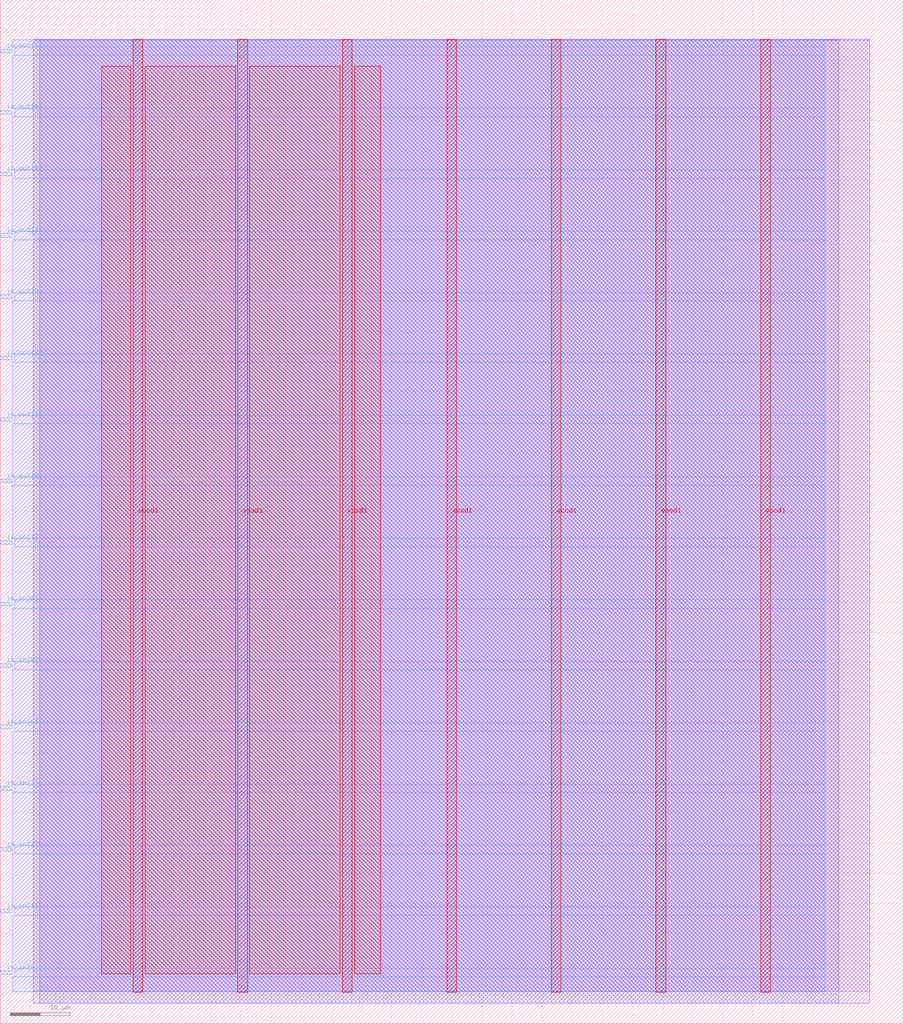
<source format=lef>
VERSION 5.7 ;
  NOWIREEXTENSIONATPIN ON ;
  DIVIDERCHAR "/" ;
  BUSBITCHARS "[]" ;
MACRO davidsiaw_stackcalc
  CLASS BLOCK ;
  FOREIGN davidsiaw_stackcalc ;
  ORIGIN 0.000 0.000 ;
  SIZE 150.000 BY 170.000 ;
  PIN io_in[0]
    DIRECTION INPUT ;
    USE SIGNAL ;
    PORT
      LAYER met3 ;
        RECT 0.000 8.200 2.000 8.800 ;
    END
  END io_in[0]
  PIN io_in[1]
    DIRECTION INPUT ;
    USE SIGNAL ;
    PORT
      LAYER met3 ;
        RECT 0.000 18.400 2.000 19.000 ;
    END
  END io_in[1]
  PIN io_in[2]
    DIRECTION INPUT ;
    USE SIGNAL ;
    PORT
      LAYER met3 ;
        RECT 0.000 28.600 2.000 29.200 ;
    END
  END io_in[2]
  PIN io_in[3]
    DIRECTION INPUT ;
    USE SIGNAL ;
    PORT
      LAYER met3 ;
        RECT 0.000 38.800 2.000 39.400 ;
    END
  END io_in[3]
  PIN io_in[4]
    DIRECTION INPUT ;
    USE SIGNAL ;
    PORT
      LAYER met3 ;
        RECT 0.000 49.000 2.000 49.600 ;
    END
  END io_in[4]
  PIN io_in[5]
    DIRECTION INPUT ;
    USE SIGNAL ;
    PORT
      LAYER met3 ;
        RECT 0.000 59.200 2.000 59.800 ;
    END
  END io_in[5]
  PIN io_in[6]
    DIRECTION INPUT ;
    USE SIGNAL ;
    PORT
      LAYER met3 ;
        RECT 0.000 69.400 2.000 70.000 ;
    END
  END io_in[6]
  PIN io_in[7]
    DIRECTION INPUT ;
    USE SIGNAL ;
    PORT
      LAYER met3 ;
        RECT 0.000 79.600 2.000 80.200 ;
    END
  END io_in[7]
  PIN io_out[0]
    DIRECTION OUTPUT TRISTATE ;
    USE SIGNAL ;
    PORT
      LAYER met3 ;
        RECT 0.000 89.800 2.000 90.400 ;
    END
  END io_out[0]
  PIN io_out[1]
    DIRECTION OUTPUT TRISTATE ;
    USE SIGNAL ;
    PORT
      LAYER met3 ;
        RECT 0.000 100.000 2.000 100.600 ;
    END
  END io_out[1]
  PIN io_out[2]
    DIRECTION OUTPUT TRISTATE ;
    USE SIGNAL ;
    PORT
      LAYER met3 ;
        RECT 0.000 110.200 2.000 110.800 ;
    END
  END io_out[2]
  PIN io_out[3]
    DIRECTION OUTPUT TRISTATE ;
    USE SIGNAL ;
    PORT
      LAYER met3 ;
        RECT 0.000 120.400 2.000 121.000 ;
    END
  END io_out[3]
  PIN io_out[4]
    DIRECTION OUTPUT TRISTATE ;
    USE SIGNAL ;
    PORT
      LAYER met3 ;
        RECT 0.000 130.600 2.000 131.200 ;
    END
  END io_out[4]
  PIN io_out[5]
    DIRECTION OUTPUT TRISTATE ;
    USE SIGNAL ;
    PORT
      LAYER met3 ;
        RECT 0.000 140.800 2.000 141.400 ;
    END
  END io_out[5]
  PIN io_out[6]
    DIRECTION OUTPUT TRISTATE ;
    USE SIGNAL ;
    PORT
      LAYER met3 ;
        RECT 0.000 151.000 2.000 151.600 ;
    END
  END io_out[6]
  PIN io_out[7]
    DIRECTION OUTPUT TRISTATE ;
    USE SIGNAL ;
    PORT
      LAYER met3 ;
        RECT 0.000 161.200 2.000 161.800 ;
    END
  END io_out[7]
  PIN vccd1
    DIRECTION INOUT ;
    USE POWER ;
    PORT
      LAYER met4 ;
        RECT 22.090 5.200 23.690 163.440 ;
    END
    PORT
      LAYER met4 ;
        RECT 56.830 5.200 58.430 163.440 ;
    END
    PORT
      LAYER met4 ;
        RECT 91.570 5.200 93.170 163.440 ;
    END
    PORT
      LAYER met4 ;
        RECT 126.310 5.200 127.910 163.440 ;
    END
  END vccd1
  PIN vssd1
    DIRECTION INOUT ;
    USE GROUND ;
    PORT
      LAYER met4 ;
        RECT 39.460 5.200 41.060 163.440 ;
    END
    PORT
      LAYER met4 ;
        RECT 74.200 5.200 75.800 163.440 ;
    END
    PORT
      LAYER met4 ;
        RECT 108.940 5.200 110.540 163.440 ;
    END
  END vssd1
  OBS
      LAYER li1 ;
        RECT 5.520 5.355 144.440 163.285 ;
      LAYER met1 ;
        RECT 5.520 3.440 144.440 163.440 ;
      LAYER met2 ;
        RECT 6.540 3.410 139.280 163.385 ;
      LAYER met3 ;
        RECT 2.000 162.200 137.015 163.365 ;
        RECT 2.400 160.800 137.015 162.200 ;
        RECT 2.000 152.000 137.015 160.800 ;
        RECT 2.400 150.600 137.015 152.000 ;
        RECT 2.000 141.800 137.015 150.600 ;
        RECT 2.400 140.400 137.015 141.800 ;
        RECT 2.000 131.600 137.015 140.400 ;
        RECT 2.400 130.200 137.015 131.600 ;
        RECT 2.000 121.400 137.015 130.200 ;
        RECT 2.400 120.000 137.015 121.400 ;
        RECT 2.000 111.200 137.015 120.000 ;
        RECT 2.400 109.800 137.015 111.200 ;
        RECT 2.000 101.000 137.015 109.800 ;
        RECT 2.400 99.600 137.015 101.000 ;
        RECT 2.000 90.800 137.015 99.600 ;
        RECT 2.400 89.400 137.015 90.800 ;
        RECT 2.000 80.600 137.015 89.400 ;
        RECT 2.400 79.200 137.015 80.600 ;
        RECT 2.000 70.400 137.015 79.200 ;
        RECT 2.400 69.000 137.015 70.400 ;
        RECT 2.000 60.200 137.015 69.000 ;
        RECT 2.400 58.800 137.015 60.200 ;
        RECT 2.000 50.000 137.015 58.800 ;
        RECT 2.400 48.600 137.015 50.000 ;
        RECT 2.000 39.800 137.015 48.600 ;
        RECT 2.400 38.400 137.015 39.800 ;
        RECT 2.000 29.600 137.015 38.400 ;
        RECT 2.400 28.200 137.015 29.600 ;
        RECT 2.000 19.400 137.015 28.200 ;
        RECT 2.400 18.000 137.015 19.400 ;
        RECT 2.000 9.200 137.015 18.000 ;
        RECT 2.400 7.800 137.015 9.200 ;
        RECT 2.000 5.275 137.015 7.800 ;
      LAYER met4 ;
        RECT 16.855 8.335 21.690 158.945 ;
        RECT 24.090 8.335 39.060 158.945 ;
        RECT 41.460 8.335 56.430 158.945 ;
        RECT 58.830 8.335 63.185 158.945 ;
  END
END davidsiaw_stackcalc
END LIBRARY


</source>
